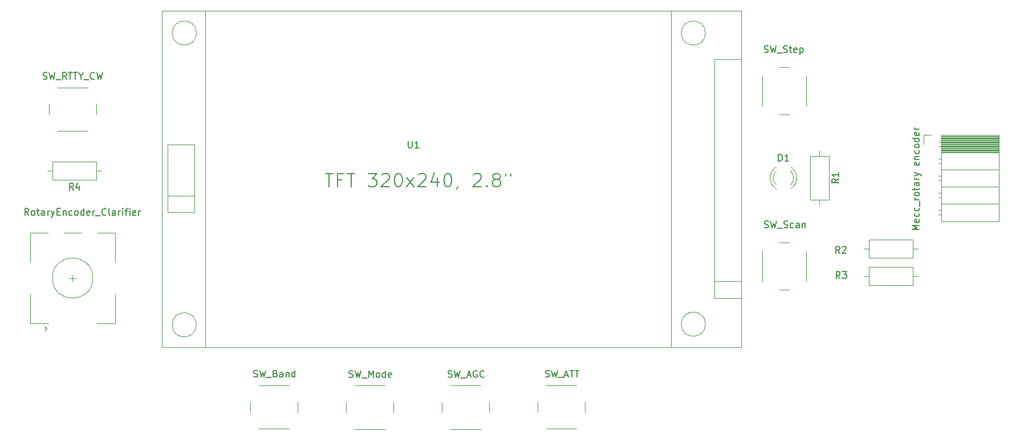
<source format=gbr>
%TF.GenerationSoftware,KiCad,Pcbnew,9.0.4*%
%TF.CreationDate,2025-12-09T23:50:13+01:00*%
%TF.ProjectId,Front Pannel,46726f6e-7420-4506-916e-6e656c2e6b69,rev?*%
%TF.SameCoordinates,Original*%
%TF.FileFunction,Legend,Top*%
%TF.FilePolarity,Positive*%
%FSLAX46Y46*%
G04 Gerber Fmt 4.6, Leading zero omitted, Abs format (unit mm)*
G04 Created by KiCad (PCBNEW 9.0.4) date 2025-12-09 23:50:13*
%MOMM*%
%LPD*%
G01*
G04 APERTURE LIST*
%ADD10C,0.150000*%
%ADD11C,0.120000*%
G04 APERTURE END LIST*
D10*
X190841333Y-100988019D02*
X190508000Y-100511828D01*
X190269905Y-100988019D02*
X190269905Y-99988019D01*
X190269905Y-99988019D02*
X190650857Y-99988019D01*
X190650857Y-99988019D02*
X190746095Y-100035638D01*
X190746095Y-100035638D02*
X190793714Y-100083257D01*
X190793714Y-100083257D02*
X190841333Y-100178495D01*
X190841333Y-100178495D02*
X190841333Y-100321352D01*
X190841333Y-100321352D02*
X190793714Y-100416590D01*
X190793714Y-100416590D02*
X190746095Y-100464209D01*
X190746095Y-100464209D02*
X190650857Y-100511828D01*
X190650857Y-100511828D02*
X190269905Y-100511828D01*
X191174667Y-99988019D02*
X191793714Y-99988019D01*
X191793714Y-99988019D02*
X191460381Y-100368971D01*
X191460381Y-100368971D02*
X191603238Y-100368971D01*
X191603238Y-100368971D02*
X191698476Y-100416590D01*
X191698476Y-100416590D02*
X191746095Y-100464209D01*
X191746095Y-100464209D02*
X191793714Y-100559447D01*
X191793714Y-100559447D02*
X191793714Y-100797542D01*
X191793714Y-100797542D02*
X191746095Y-100892780D01*
X191746095Y-100892780D02*
X191698476Y-100940400D01*
X191698476Y-100940400D02*
X191603238Y-100988019D01*
X191603238Y-100988019D02*
X191317524Y-100988019D01*
X191317524Y-100988019D02*
X191222286Y-100940400D01*
X191222286Y-100940400D02*
X191174667Y-100892780D01*
X181703905Y-83524619D02*
X181703905Y-82524619D01*
X181703905Y-82524619D02*
X181942000Y-82524619D01*
X181942000Y-82524619D02*
X182084857Y-82572238D01*
X182084857Y-82572238D02*
X182180095Y-82667476D01*
X182180095Y-82667476D02*
X182227714Y-82762714D01*
X182227714Y-82762714D02*
X182275333Y-82953190D01*
X182275333Y-82953190D02*
X182275333Y-83096047D01*
X182275333Y-83096047D02*
X182227714Y-83286523D01*
X182227714Y-83286523D02*
X182180095Y-83381761D01*
X182180095Y-83381761D02*
X182084857Y-83477000D01*
X182084857Y-83477000D02*
X181942000Y-83524619D01*
X181942000Y-83524619D02*
X181703905Y-83524619D01*
X183227714Y-83524619D02*
X182656286Y-83524619D01*
X182942000Y-83524619D02*
X182942000Y-82524619D01*
X182942000Y-82524619D02*
X182846762Y-82667476D01*
X182846762Y-82667476D02*
X182751524Y-82762714D01*
X182751524Y-82762714D02*
X182656286Y-82810333D01*
X179601247Y-67337400D02*
X179744104Y-67385019D01*
X179744104Y-67385019D02*
X179982199Y-67385019D01*
X179982199Y-67385019D02*
X180077437Y-67337400D01*
X180077437Y-67337400D02*
X180125056Y-67289780D01*
X180125056Y-67289780D02*
X180172675Y-67194542D01*
X180172675Y-67194542D02*
X180172675Y-67099304D01*
X180172675Y-67099304D02*
X180125056Y-67004066D01*
X180125056Y-67004066D02*
X180077437Y-66956447D01*
X180077437Y-66956447D02*
X179982199Y-66908828D01*
X179982199Y-66908828D02*
X179791723Y-66861209D01*
X179791723Y-66861209D02*
X179696485Y-66813590D01*
X179696485Y-66813590D02*
X179648866Y-66765971D01*
X179648866Y-66765971D02*
X179601247Y-66670733D01*
X179601247Y-66670733D02*
X179601247Y-66575495D01*
X179601247Y-66575495D02*
X179648866Y-66480257D01*
X179648866Y-66480257D02*
X179696485Y-66432638D01*
X179696485Y-66432638D02*
X179791723Y-66385019D01*
X179791723Y-66385019D02*
X180029818Y-66385019D01*
X180029818Y-66385019D02*
X180172675Y-66432638D01*
X180506009Y-66385019D02*
X180744104Y-67385019D01*
X180744104Y-67385019D02*
X180934580Y-66670733D01*
X180934580Y-66670733D02*
X181125056Y-67385019D01*
X181125056Y-67385019D02*
X181363152Y-66385019D01*
X181506009Y-67480257D02*
X182267913Y-67480257D01*
X182458390Y-67337400D02*
X182601247Y-67385019D01*
X182601247Y-67385019D02*
X182839342Y-67385019D01*
X182839342Y-67385019D02*
X182934580Y-67337400D01*
X182934580Y-67337400D02*
X182982199Y-67289780D01*
X182982199Y-67289780D02*
X183029818Y-67194542D01*
X183029818Y-67194542D02*
X183029818Y-67099304D01*
X183029818Y-67099304D02*
X182982199Y-67004066D01*
X182982199Y-67004066D02*
X182934580Y-66956447D01*
X182934580Y-66956447D02*
X182839342Y-66908828D01*
X182839342Y-66908828D02*
X182648866Y-66861209D01*
X182648866Y-66861209D02*
X182553628Y-66813590D01*
X182553628Y-66813590D02*
X182506009Y-66765971D01*
X182506009Y-66765971D02*
X182458390Y-66670733D01*
X182458390Y-66670733D02*
X182458390Y-66575495D01*
X182458390Y-66575495D02*
X182506009Y-66480257D01*
X182506009Y-66480257D02*
X182553628Y-66432638D01*
X182553628Y-66432638D02*
X182648866Y-66385019D01*
X182648866Y-66385019D02*
X182886961Y-66385019D01*
X182886961Y-66385019D02*
X183029818Y-66432638D01*
X183315533Y-66718352D02*
X183696485Y-66718352D01*
X183458390Y-66385019D02*
X183458390Y-67242161D01*
X183458390Y-67242161D02*
X183506009Y-67337400D01*
X183506009Y-67337400D02*
X183601247Y-67385019D01*
X183601247Y-67385019D02*
X183696485Y-67385019D01*
X184410771Y-67337400D02*
X184315533Y-67385019D01*
X184315533Y-67385019D02*
X184125057Y-67385019D01*
X184125057Y-67385019D02*
X184029819Y-67337400D01*
X184029819Y-67337400D02*
X183982200Y-67242161D01*
X183982200Y-67242161D02*
X183982200Y-66861209D01*
X183982200Y-66861209D02*
X184029819Y-66765971D01*
X184029819Y-66765971D02*
X184125057Y-66718352D01*
X184125057Y-66718352D02*
X184315533Y-66718352D01*
X184315533Y-66718352D02*
X184410771Y-66765971D01*
X184410771Y-66765971D02*
X184458390Y-66861209D01*
X184458390Y-66861209D02*
X184458390Y-66956447D01*
X184458390Y-66956447D02*
X183982200Y-67051685D01*
X184886962Y-66718352D02*
X184886962Y-67718352D01*
X184886962Y-66765971D02*
X184982200Y-66718352D01*
X184982200Y-66718352D02*
X185172676Y-66718352D01*
X185172676Y-66718352D02*
X185267914Y-66765971D01*
X185267914Y-66765971D02*
X185315533Y-66813590D01*
X185315533Y-66813590D02*
X185363152Y-66908828D01*
X185363152Y-66908828D02*
X185363152Y-67194542D01*
X185363152Y-67194542D02*
X185315533Y-67289780D01*
X185315533Y-67289780D02*
X185267914Y-67337400D01*
X185267914Y-67337400D02*
X185172676Y-67385019D01*
X185172676Y-67385019D02*
X184982200Y-67385019D01*
X184982200Y-67385019D02*
X184886962Y-67337400D01*
X132652133Y-115640000D02*
X132794990Y-115687619D01*
X132794990Y-115687619D02*
X133033085Y-115687619D01*
X133033085Y-115687619D02*
X133128323Y-115640000D01*
X133128323Y-115640000D02*
X133175942Y-115592380D01*
X133175942Y-115592380D02*
X133223561Y-115497142D01*
X133223561Y-115497142D02*
X133223561Y-115401904D01*
X133223561Y-115401904D02*
X133175942Y-115306666D01*
X133175942Y-115306666D02*
X133128323Y-115259047D01*
X133128323Y-115259047D02*
X133033085Y-115211428D01*
X133033085Y-115211428D02*
X132842609Y-115163809D01*
X132842609Y-115163809D02*
X132747371Y-115116190D01*
X132747371Y-115116190D02*
X132699752Y-115068571D01*
X132699752Y-115068571D02*
X132652133Y-114973333D01*
X132652133Y-114973333D02*
X132652133Y-114878095D01*
X132652133Y-114878095D02*
X132699752Y-114782857D01*
X132699752Y-114782857D02*
X132747371Y-114735238D01*
X132747371Y-114735238D02*
X132842609Y-114687619D01*
X132842609Y-114687619D02*
X133080704Y-114687619D01*
X133080704Y-114687619D02*
X133223561Y-114735238D01*
X133556895Y-114687619D02*
X133794990Y-115687619D01*
X133794990Y-115687619D02*
X133985466Y-114973333D01*
X133985466Y-114973333D02*
X134175942Y-115687619D01*
X134175942Y-115687619D02*
X134414038Y-114687619D01*
X134556895Y-115782857D02*
X135318799Y-115782857D01*
X135509276Y-115401904D02*
X135985466Y-115401904D01*
X135414038Y-115687619D02*
X135747371Y-114687619D01*
X135747371Y-114687619D02*
X136080704Y-115687619D01*
X136937847Y-114735238D02*
X136842609Y-114687619D01*
X136842609Y-114687619D02*
X136699752Y-114687619D01*
X136699752Y-114687619D02*
X136556895Y-114735238D01*
X136556895Y-114735238D02*
X136461657Y-114830476D01*
X136461657Y-114830476D02*
X136414038Y-114925714D01*
X136414038Y-114925714D02*
X136366419Y-115116190D01*
X136366419Y-115116190D02*
X136366419Y-115259047D01*
X136366419Y-115259047D02*
X136414038Y-115449523D01*
X136414038Y-115449523D02*
X136461657Y-115544761D01*
X136461657Y-115544761D02*
X136556895Y-115640000D01*
X136556895Y-115640000D02*
X136699752Y-115687619D01*
X136699752Y-115687619D02*
X136794990Y-115687619D01*
X136794990Y-115687619D02*
X136937847Y-115640000D01*
X136937847Y-115640000D02*
X136985466Y-115592380D01*
X136985466Y-115592380D02*
X136985466Y-115259047D01*
X136985466Y-115259047D02*
X136794990Y-115259047D01*
X137985466Y-115592380D02*
X137937847Y-115640000D01*
X137937847Y-115640000D02*
X137794990Y-115687619D01*
X137794990Y-115687619D02*
X137699752Y-115687619D01*
X137699752Y-115687619D02*
X137556895Y-115640000D01*
X137556895Y-115640000D02*
X137461657Y-115544761D01*
X137461657Y-115544761D02*
X137414038Y-115449523D01*
X137414038Y-115449523D02*
X137366419Y-115259047D01*
X137366419Y-115259047D02*
X137366419Y-115116190D01*
X137366419Y-115116190D02*
X137414038Y-114925714D01*
X137414038Y-114925714D02*
X137461657Y-114830476D01*
X137461657Y-114830476D02*
X137556895Y-114735238D01*
X137556895Y-114735238D02*
X137699752Y-114687619D01*
X137699752Y-114687619D02*
X137794990Y-114687619D01*
X137794990Y-114687619D02*
X137937847Y-114735238D01*
X137937847Y-114735238D02*
X137985466Y-114782857D01*
X190790533Y-97228819D02*
X190457200Y-96752628D01*
X190219105Y-97228819D02*
X190219105Y-96228819D01*
X190219105Y-96228819D02*
X190600057Y-96228819D01*
X190600057Y-96228819D02*
X190695295Y-96276438D01*
X190695295Y-96276438D02*
X190742914Y-96324057D01*
X190742914Y-96324057D02*
X190790533Y-96419295D01*
X190790533Y-96419295D02*
X190790533Y-96562152D01*
X190790533Y-96562152D02*
X190742914Y-96657390D01*
X190742914Y-96657390D02*
X190695295Y-96705009D01*
X190695295Y-96705009D02*
X190600057Y-96752628D01*
X190600057Y-96752628D02*
X190219105Y-96752628D01*
X191171486Y-96324057D02*
X191219105Y-96276438D01*
X191219105Y-96276438D02*
X191314343Y-96228819D01*
X191314343Y-96228819D02*
X191552438Y-96228819D01*
X191552438Y-96228819D02*
X191647676Y-96276438D01*
X191647676Y-96276438D02*
X191695295Y-96324057D01*
X191695295Y-96324057D02*
X191742914Y-96419295D01*
X191742914Y-96419295D02*
X191742914Y-96514533D01*
X191742914Y-96514533D02*
X191695295Y-96657390D01*
X191695295Y-96657390D02*
X191123867Y-97228819D01*
X191123867Y-97228819D02*
X191742914Y-97228819D01*
X117951943Y-115640000D02*
X118094800Y-115687619D01*
X118094800Y-115687619D02*
X118332895Y-115687619D01*
X118332895Y-115687619D02*
X118428133Y-115640000D01*
X118428133Y-115640000D02*
X118475752Y-115592380D01*
X118475752Y-115592380D02*
X118523371Y-115497142D01*
X118523371Y-115497142D02*
X118523371Y-115401904D01*
X118523371Y-115401904D02*
X118475752Y-115306666D01*
X118475752Y-115306666D02*
X118428133Y-115259047D01*
X118428133Y-115259047D02*
X118332895Y-115211428D01*
X118332895Y-115211428D02*
X118142419Y-115163809D01*
X118142419Y-115163809D02*
X118047181Y-115116190D01*
X118047181Y-115116190D02*
X117999562Y-115068571D01*
X117999562Y-115068571D02*
X117951943Y-114973333D01*
X117951943Y-114973333D02*
X117951943Y-114878095D01*
X117951943Y-114878095D02*
X117999562Y-114782857D01*
X117999562Y-114782857D02*
X118047181Y-114735238D01*
X118047181Y-114735238D02*
X118142419Y-114687619D01*
X118142419Y-114687619D02*
X118380514Y-114687619D01*
X118380514Y-114687619D02*
X118523371Y-114735238D01*
X118856705Y-114687619D02*
X119094800Y-115687619D01*
X119094800Y-115687619D02*
X119285276Y-114973333D01*
X119285276Y-114973333D02*
X119475752Y-115687619D01*
X119475752Y-115687619D02*
X119713848Y-114687619D01*
X119856705Y-115782857D02*
X120618609Y-115782857D01*
X120856705Y-115687619D02*
X120856705Y-114687619D01*
X120856705Y-114687619D02*
X121190038Y-115401904D01*
X121190038Y-115401904D02*
X121523371Y-114687619D01*
X121523371Y-114687619D02*
X121523371Y-115687619D01*
X122142419Y-115687619D02*
X122047181Y-115640000D01*
X122047181Y-115640000D02*
X121999562Y-115592380D01*
X121999562Y-115592380D02*
X121951943Y-115497142D01*
X121951943Y-115497142D02*
X121951943Y-115211428D01*
X121951943Y-115211428D02*
X121999562Y-115116190D01*
X121999562Y-115116190D02*
X122047181Y-115068571D01*
X122047181Y-115068571D02*
X122142419Y-115020952D01*
X122142419Y-115020952D02*
X122285276Y-115020952D01*
X122285276Y-115020952D02*
X122380514Y-115068571D01*
X122380514Y-115068571D02*
X122428133Y-115116190D01*
X122428133Y-115116190D02*
X122475752Y-115211428D01*
X122475752Y-115211428D02*
X122475752Y-115497142D01*
X122475752Y-115497142D02*
X122428133Y-115592380D01*
X122428133Y-115592380D02*
X122380514Y-115640000D01*
X122380514Y-115640000D02*
X122285276Y-115687619D01*
X122285276Y-115687619D02*
X122142419Y-115687619D01*
X123332895Y-115687619D02*
X123332895Y-114687619D01*
X123332895Y-115640000D02*
X123237657Y-115687619D01*
X123237657Y-115687619D02*
X123047181Y-115687619D01*
X123047181Y-115687619D02*
X122951943Y-115640000D01*
X122951943Y-115640000D02*
X122904324Y-115592380D01*
X122904324Y-115592380D02*
X122856705Y-115497142D01*
X122856705Y-115497142D02*
X122856705Y-115211428D01*
X122856705Y-115211428D02*
X122904324Y-115116190D01*
X122904324Y-115116190D02*
X122951943Y-115068571D01*
X122951943Y-115068571D02*
X123047181Y-115020952D01*
X123047181Y-115020952D02*
X123237657Y-115020952D01*
X123237657Y-115020952D02*
X123332895Y-115068571D01*
X124190038Y-115640000D02*
X124094800Y-115687619D01*
X124094800Y-115687619D02*
X123904324Y-115687619D01*
X123904324Y-115687619D02*
X123809086Y-115640000D01*
X123809086Y-115640000D02*
X123761467Y-115544761D01*
X123761467Y-115544761D02*
X123761467Y-115163809D01*
X123761467Y-115163809D02*
X123809086Y-115068571D01*
X123809086Y-115068571D02*
X123904324Y-115020952D01*
X123904324Y-115020952D02*
X124094800Y-115020952D01*
X124094800Y-115020952D02*
X124190038Y-115068571D01*
X124190038Y-115068571D02*
X124237657Y-115163809D01*
X124237657Y-115163809D02*
X124237657Y-115259047D01*
X124237657Y-115259047D02*
X123761467Y-115354285D01*
X190626219Y-86196466D02*
X190150028Y-86529799D01*
X190626219Y-86767894D02*
X189626219Y-86767894D01*
X189626219Y-86767894D02*
X189626219Y-86386942D01*
X189626219Y-86386942D02*
X189673838Y-86291704D01*
X189673838Y-86291704D02*
X189721457Y-86244085D01*
X189721457Y-86244085D02*
X189816695Y-86196466D01*
X189816695Y-86196466D02*
X189959552Y-86196466D01*
X189959552Y-86196466D02*
X190054790Y-86244085D01*
X190054790Y-86244085D02*
X190102409Y-86291704D01*
X190102409Y-86291704D02*
X190150028Y-86386942D01*
X190150028Y-86386942D02*
X190150028Y-86767894D01*
X190626219Y-85244085D02*
X190626219Y-85815513D01*
X190626219Y-85529799D02*
X189626219Y-85529799D01*
X189626219Y-85529799D02*
X189769076Y-85625037D01*
X189769076Y-85625037D02*
X189864314Y-85720275D01*
X189864314Y-85720275D02*
X189911933Y-85815513D01*
X202613419Y-93731410D02*
X201613419Y-93731410D01*
X201613419Y-93731410D02*
X202327704Y-93398077D01*
X202327704Y-93398077D02*
X201613419Y-93064744D01*
X201613419Y-93064744D02*
X202613419Y-93064744D01*
X202565800Y-92207601D02*
X202613419Y-92302839D01*
X202613419Y-92302839D02*
X202613419Y-92493315D01*
X202613419Y-92493315D02*
X202565800Y-92588553D01*
X202565800Y-92588553D02*
X202470561Y-92636172D01*
X202470561Y-92636172D02*
X202089609Y-92636172D01*
X202089609Y-92636172D02*
X201994371Y-92588553D01*
X201994371Y-92588553D02*
X201946752Y-92493315D01*
X201946752Y-92493315D02*
X201946752Y-92302839D01*
X201946752Y-92302839D02*
X201994371Y-92207601D01*
X201994371Y-92207601D02*
X202089609Y-92159982D01*
X202089609Y-92159982D02*
X202184847Y-92159982D01*
X202184847Y-92159982D02*
X202280085Y-92636172D01*
X202565800Y-91302839D02*
X202613419Y-91398077D01*
X202613419Y-91398077D02*
X202613419Y-91588553D01*
X202613419Y-91588553D02*
X202565800Y-91683791D01*
X202565800Y-91683791D02*
X202518180Y-91731410D01*
X202518180Y-91731410D02*
X202422942Y-91779029D01*
X202422942Y-91779029D02*
X202137228Y-91779029D01*
X202137228Y-91779029D02*
X202041990Y-91731410D01*
X202041990Y-91731410D02*
X201994371Y-91683791D01*
X201994371Y-91683791D02*
X201946752Y-91588553D01*
X201946752Y-91588553D02*
X201946752Y-91398077D01*
X201946752Y-91398077D02*
X201994371Y-91302839D01*
X202565800Y-90445696D02*
X202613419Y-90540934D01*
X202613419Y-90540934D02*
X202613419Y-90731410D01*
X202613419Y-90731410D02*
X202565800Y-90826648D01*
X202565800Y-90826648D02*
X202518180Y-90874267D01*
X202518180Y-90874267D02*
X202422942Y-90921886D01*
X202422942Y-90921886D02*
X202137228Y-90921886D01*
X202137228Y-90921886D02*
X202041990Y-90874267D01*
X202041990Y-90874267D02*
X201994371Y-90826648D01*
X201994371Y-90826648D02*
X201946752Y-90731410D01*
X201946752Y-90731410D02*
X201946752Y-90540934D01*
X201946752Y-90540934D02*
X201994371Y-90445696D01*
X202708657Y-90255220D02*
X202708657Y-89493315D01*
X202613419Y-89255219D02*
X201946752Y-89255219D01*
X202137228Y-89255219D02*
X202041990Y-89207600D01*
X202041990Y-89207600D02*
X201994371Y-89159981D01*
X201994371Y-89159981D02*
X201946752Y-89064743D01*
X201946752Y-89064743D02*
X201946752Y-88969505D01*
X202613419Y-88493314D02*
X202565800Y-88588552D01*
X202565800Y-88588552D02*
X202518180Y-88636171D01*
X202518180Y-88636171D02*
X202422942Y-88683790D01*
X202422942Y-88683790D02*
X202137228Y-88683790D01*
X202137228Y-88683790D02*
X202041990Y-88636171D01*
X202041990Y-88636171D02*
X201994371Y-88588552D01*
X201994371Y-88588552D02*
X201946752Y-88493314D01*
X201946752Y-88493314D02*
X201946752Y-88350457D01*
X201946752Y-88350457D02*
X201994371Y-88255219D01*
X201994371Y-88255219D02*
X202041990Y-88207600D01*
X202041990Y-88207600D02*
X202137228Y-88159981D01*
X202137228Y-88159981D02*
X202422942Y-88159981D01*
X202422942Y-88159981D02*
X202518180Y-88207600D01*
X202518180Y-88207600D02*
X202565800Y-88255219D01*
X202565800Y-88255219D02*
X202613419Y-88350457D01*
X202613419Y-88350457D02*
X202613419Y-88493314D01*
X201946752Y-87874266D02*
X201946752Y-87493314D01*
X201613419Y-87731409D02*
X202470561Y-87731409D01*
X202470561Y-87731409D02*
X202565800Y-87683790D01*
X202565800Y-87683790D02*
X202613419Y-87588552D01*
X202613419Y-87588552D02*
X202613419Y-87493314D01*
X202613419Y-86731409D02*
X202089609Y-86731409D01*
X202089609Y-86731409D02*
X201994371Y-86779028D01*
X201994371Y-86779028D02*
X201946752Y-86874266D01*
X201946752Y-86874266D02*
X201946752Y-87064742D01*
X201946752Y-87064742D02*
X201994371Y-87159980D01*
X202565800Y-86731409D02*
X202613419Y-86826647D01*
X202613419Y-86826647D02*
X202613419Y-87064742D01*
X202613419Y-87064742D02*
X202565800Y-87159980D01*
X202565800Y-87159980D02*
X202470561Y-87207599D01*
X202470561Y-87207599D02*
X202375323Y-87207599D01*
X202375323Y-87207599D02*
X202280085Y-87159980D01*
X202280085Y-87159980D02*
X202232466Y-87064742D01*
X202232466Y-87064742D02*
X202232466Y-86826647D01*
X202232466Y-86826647D02*
X202184847Y-86731409D01*
X202613419Y-86255218D02*
X201946752Y-86255218D01*
X202137228Y-86255218D02*
X202041990Y-86207599D01*
X202041990Y-86207599D02*
X201994371Y-86159980D01*
X201994371Y-86159980D02*
X201946752Y-86064742D01*
X201946752Y-86064742D02*
X201946752Y-85969504D01*
X201946752Y-85731408D02*
X202613419Y-85493313D01*
X201946752Y-85255218D02*
X202613419Y-85493313D01*
X202613419Y-85493313D02*
X202851514Y-85588551D01*
X202851514Y-85588551D02*
X202899133Y-85636170D01*
X202899133Y-85636170D02*
X202946752Y-85731408D01*
X202565800Y-83731408D02*
X202613419Y-83826646D01*
X202613419Y-83826646D02*
X202613419Y-84017122D01*
X202613419Y-84017122D02*
X202565800Y-84112360D01*
X202565800Y-84112360D02*
X202470561Y-84159979D01*
X202470561Y-84159979D02*
X202089609Y-84159979D01*
X202089609Y-84159979D02*
X201994371Y-84112360D01*
X201994371Y-84112360D02*
X201946752Y-84017122D01*
X201946752Y-84017122D02*
X201946752Y-83826646D01*
X201946752Y-83826646D02*
X201994371Y-83731408D01*
X201994371Y-83731408D02*
X202089609Y-83683789D01*
X202089609Y-83683789D02*
X202184847Y-83683789D01*
X202184847Y-83683789D02*
X202280085Y-84159979D01*
X201946752Y-83255217D02*
X202613419Y-83255217D01*
X202041990Y-83255217D02*
X201994371Y-83207598D01*
X201994371Y-83207598D02*
X201946752Y-83112360D01*
X201946752Y-83112360D02*
X201946752Y-82969503D01*
X201946752Y-82969503D02*
X201994371Y-82874265D01*
X201994371Y-82874265D02*
X202089609Y-82826646D01*
X202089609Y-82826646D02*
X202613419Y-82826646D01*
X202565800Y-81921884D02*
X202613419Y-82017122D01*
X202613419Y-82017122D02*
X202613419Y-82207598D01*
X202613419Y-82207598D02*
X202565800Y-82302836D01*
X202565800Y-82302836D02*
X202518180Y-82350455D01*
X202518180Y-82350455D02*
X202422942Y-82398074D01*
X202422942Y-82398074D02*
X202137228Y-82398074D01*
X202137228Y-82398074D02*
X202041990Y-82350455D01*
X202041990Y-82350455D02*
X201994371Y-82302836D01*
X201994371Y-82302836D02*
X201946752Y-82207598D01*
X201946752Y-82207598D02*
X201946752Y-82017122D01*
X201946752Y-82017122D02*
X201994371Y-81921884D01*
X202613419Y-81350455D02*
X202565800Y-81445693D01*
X202565800Y-81445693D02*
X202518180Y-81493312D01*
X202518180Y-81493312D02*
X202422942Y-81540931D01*
X202422942Y-81540931D02*
X202137228Y-81540931D01*
X202137228Y-81540931D02*
X202041990Y-81493312D01*
X202041990Y-81493312D02*
X201994371Y-81445693D01*
X201994371Y-81445693D02*
X201946752Y-81350455D01*
X201946752Y-81350455D02*
X201946752Y-81207598D01*
X201946752Y-81207598D02*
X201994371Y-81112360D01*
X201994371Y-81112360D02*
X202041990Y-81064741D01*
X202041990Y-81064741D02*
X202137228Y-81017122D01*
X202137228Y-81017122D02*
X202422942Y-81017122D01*
X202422942Y-81017122D02*
X202518180Y-81064741D01*
X202518180Y-81064741D02*
X202565800Y-81112360D01*
X202565800Y-81112360D02*
X202613419Y-81207598D01*
X202613419Y-81207598D02*
X202613419Y-81350455D01*
X202613419Y-80159979D02*
X201613419Y-80159979D01*
X202565800Y-80159979D02*
X202613419Y-80255217D01*
X202613419Y-80255217D02*
X202613419Y-80445693D01*
X202613419Y-80445693D02*
X202565800Y-80540931D01*
X202565800Y-80540931D02*
X202518180Y-80588550D01*
X202518180Y-80588550D02*
X202422942Y-80636169D01*
X202422942Y-80636169D02*
X202137228Y-80636169D01*
X202137228Y-80636169D02*
X202041990Y-80588550D01*
X202041990Y-80588550D02*
X201994371Y-80540931D01*
X201994371Y-80540931D02*
X201946752Y-80445693D01*
X201946752Y-80445693D02*
X201946752Y-80255217D01*
X201946752Y-80255217D02*
X201994371Y-80159979D01*
X202565800Y-79302836D02*
X202613419Y-79398074D01*
X202613419Y-79398074D02*
X202613419Y-79588550D01*
X202613419Y-79588550D02*
X202565800Y-79683788D01*
X202565800Y-79683788D02*
X202470561Y-79731407D01*
X202470561Y-79731407D02*
X202089609Y-79731407D01*
X202089609Y-79731407D02*
X201994371Y-79683788D01*
X201994371Y-79683788D02*
X201946752Y-79588550D01*
X201946752Y-79588550D02*
X201946752Y-79398074D01*
X201946752Y-79398074D02*
X201994371Y-79302836D01*
X201994371Y-79302836D02*
X202089609Y-79255217D01*
X202089609Y-79255217D02*
X202184847Y-79255217D01*
X202184847Y-79255217D02*
X202280085Y-79731407D01*
X202613419Y-78826645D02*
X201946752Y-78826645D01*
X202137228Y-78826645D02*
X202041990Y-78779026D01*
X202041990Y-78779026D02*
X201994371Y-78731407D01*
X201994371Y-78731407D02*
X201946752Y-78636169D01*
X201946752Y-78636169D02*
X201946752Y-78540931D01*
X76998533Y-87813219D02*
X76665200Y-87337028D01*
X76427105Y-87813219D02*
X76427105Y-86813219D01*
X76427105Y-86813219D02*
X76808057Y-86813219D01*
X76808057Y-86813219D02*
X76903295Y-86860838D01*
X76903295Y-86860838D02*
X76950914Y-86908457D01*
X76950914Y-86908457D02*
X76998533Y-87003695D01*
X76998533Y-87003695D02*
X76998533Y-87146552D01*
X76998533Y-87146552D02*
X76950914Y-87241790D01*
X76950914Y-87241790D02*
X76903295Y-87289409D01*
X76903295Y-87289409D02*
X76808057Y-87337028D01*
X76808057Y-87337028D02*
X76427105Y-87337028D01*
X77855676Y-87146552D02*
X77855676Y-87813219D01*
X77617581Y-86765600D02*
X77379486Y-87479885D01*
X77379486Y-87479885D02*
X77998533Y-87479885D01*
X70372417Y-91583019D02*
X70039084Y-91106828D01*
X69800989Y-91583019D02*
X69800989Y-90583019D01*
X69800989Y-90583019D02*
X70181941Y-90583019D01*
X70181941Y-90583019D02*
X70277179Y-90630638D01*
X70277179Y-90630638D02*
X70324798Y-90678257D01*
X70324798Y-90678257D02*
X70372417Y-90773495D01*
X70372417Y-90773495D02*
X70372417Y-90916352D01*
X70372417Y-90916352D02*
X70324798Y-91011590D01*
X70324798Y-91011590D02*
X70277179Y-91059209D01*
X70277179Y-91059209D02*
X70181941Y-91106828D01*
X70181941Y-91106828D02*
X69800989Y-91106828D01*
X70943846Y-91583019D02*
X70848608Y-91535400D01*
X70848608Y-91535400D02*
X70800989Y-91487780D01*
X70800989Y-91487780D02*
X70753370Y-91392542D01*
X70753370Y-91392542D02*
X70753370Y-91106828D01*
X70753370Y-91106828D02*
X70800989Y-91011590D01*
X70800989Y-91011590D02*
X70848608Y-90963971D01*
X70848608Y-90963971D02*
X70943846Y-90916352D01*
X70943846Y-90916352D02*
X71086703Y-90916352D01*
X71086703Y-90916352D02*
X71181941Y-90963971D01*
X71181941Y-90963971D02*
X71229560Y-91011590D01*
X71229560Y-91011590D02*
X71277179Y-91106828D01*
X71277179Y-91106828D02*
X71277179Y-91392542D01*
X71277179Y-91392542D02*
X71229560Y-91487780D01*
X71229560Y-91487780D02*
X71181941Y-91535400D01*
X71181941Y-91535400D02*
X71086703Y-91583019D01*
X71086703Y-91583019D02*
X70943846Y-91583019D01*
X71562894Y-90916352D02*
X71943846Y-90916352D01*
X71705751Y-90583019D02*
X71705751Y-91440161D01*
X71705751Y-91440161D02*
X71753370Y-91535400D01*
X71753370Y-91535400D02*
X71848608Y-91583019D01*
X71848608Y-91583019D02*
X71943846Y-91583019D01*
X72705751Y-91583019D02*
X72705751Y-91059209D01*
X72705751Y-91059209D02*
X72658132Y-90963971D01*
X72658132Y-90963971D02*
X72562894Y-90916352D01*
X72562894Y-90916352D02*
X72372418Y-90916352D01*
X72372418Y-90916352D02*
X72277180Y-90963971D01*
X72705751Y-91535400D02*
X72610513Y-91583019D01*
X72610513Y-91583019D02*
X72372418Y-91583019D01*
X72372418Y-91583019D02*
X72277180Y-91535400D01*
X72277180Y-91535400D02*
X72229561Y-91440161D01*
X72229561Y-91440161D02*
X72229561Y-91344923D01*
X72229561Y-91344923D02*
X72277180Y-91249685D01*
X72277180Y-91249685D02*
X72372418Y-91202066D01*
X72372418Y-91202066D02*
X72610513Y-91202066D01*
X72610513Y-91202066D02*
X72705751Y-91154447D01*
X73181942Y-91583019D02*
X73181942Y-90916352D01*
X73181942Y-91106828D02*
X73229561Y-91011590D01*
X73229561Y-91011590D02*
X73277180Y-90963971D01*
X73277180Y-90963971D02*
X73372418Y-90916352D01*
X73372418Y-90916352D02*
X73467656Y-90916352D01*
X73705752Y-90916352D02*
X73943847Y-91583019D01*
X74181942Y-90916352D02*
X73943847Y-91583019D01*
X73943847Y-91583019D02*
X73848609Y-91821114D01*
X73848609Y-91821114D02*
X73800990Y-91868733D01*
X73800990Y-91868733D02*
X73705752Y-91916352D01*
X74562895Y-91059209D02*
X74896228Y-91059209D01*
X75039085Y-91583019D02*
X74562895Y-91583019D01*
X74562895Y-91583019D02*
X74562895Y-90583019D01*
X74562895Y-90583019D02*
X75039085Y-90583019D01*
X75467657Y-90916352D02*
X75467657Y-91583019D01*
X75467657Y-91011590D02*
X75515276Y-90963971D01*
X75515276Y-90963971D02*
X75610514Y-90916352D01*
X75610514Y-90916352D02*
X75753371Y-90916352D01*
X75753371Y-90916352D02*
X75848609Y-90963971D01*
X75848609Y-90963971D02*
X75896228Y-91059209D01*
X75896228Y-91059209D02*
X75896228Y-91583019D01*
X76800990Y-91535400D02*
X76705752Y-91583019D01*
X76705752Y-91583019D02*
X76515276Y-91583019D01*
X76515276Y-91583019D02*
X76420038Y-91535400D01*
X76420038Y-91535400D02*
X76372419Y-91487780D01*
X76372419Y-91487780D02*
X76324800Y-91392542D01*
X76324800Y-91392542D02*
X76324800Y-91106828D01*
X76324800Y-91106828D02*
X76372419Y-91011590D01*
X76372419Y-91011590D02*
X76420038Y-90963971D01*
X76420038Y-90963971D02*
X76515276Y-90916352D01*
X76515276Y-90916352D02*
X76705752Y-90916352D01*
X76705752Y-90916352D02*
X76800990Y-90963971D01*
X77372419Y-91583019D02*
X77277181Y-91535400D01*
X77277181Y-91535400D02*
X77229562Y-91487780D01*
X77229562Y-91487780D02*
X77181943Y-91392542D01*
X77181943Y-91392542D02*
X77181943Y-91106828D01*
X77181943Y-91106828D02*
X77229562Y-91011590D01*
X77229562Y-91011590D02*
X77277181Y-90963971D01*
X77277181Y-90963971D02*
X77372419Y-90916352D01*
X77372419Y-90916352D02*
X77515276Y-90916352D01*
X77515276Y-90916352D02*
X77610514Y-90963971D01*
X77610514Y-90963971D02*
X77658133Y-91011590D01*
X77658133Y-91011590D02*
X77705752Y-91106828D01*
X77705752Y-91106828D02*
X77705752Y-91392542D01*
X77705752Y-91392542D02*
X77658133Y-91487780D01*
X77658133Y-91487780D02*
X77610514Y-91535400D01*
X77610514Y-91535400D02*
X77515276Y-91583019D01*
X77515276Y-91583019D02*
X77372419Y-91583019D01*
X78562895Y-91583019D02*
X78562895Y-90583019D01*
X78562895Y-91535400D02*
X78467657Y-91583019D01*
X78467657Y-91583019D02*
X78277181Y-91583019D01*
X78277181Y-91583019D02*
X78181943Y-91535400D01*
X78181943Y-91535400D02*
X78134324Y-91487780D01*
X78134324Y-91487780D02*
X78086705Y-91392542D01*
X78086705Y-91392542D02*
X78086705Y-91106828D01*
X78086705Y-91106828D02*
X78134324Y-91011590D01*
X78134324Y-91011590D02*
X78181943Y-90963971D01*
X78181943Y-90963971D02*
X78277181Y-90916352D01*
X78277181Y-90916352D02*
X78467657Y-90916352D01*
X78467657Y-90916352D02*
X78562895Y-90963971D01*
X79420038Y-91535400D02*
X79324800Y-91583019D01*
X79324800Y-91583019D02*
X79134324Y-91583019D01*
X79134324Y-91583019D02*
X79039086Y-91535400D01*
X79039086Y-91535400D02*
X78991467Y-91440161D01*
X78991467Y-91440161D02*
X78991467Y-91059209D01*
X78991467Y-91059209D02*
X79039086Y-90963971D01*
X79039086Y-90963971D02*
X79134324Y-90916352D01*
X79134324Y-90916352D02*
X79324800Y-90916352D01*
X79324800Y-90916352D02*
X79420038Y-90963971D01*
X79420038Y-90963971D02*
X79467657Y-91059209D01*
X79467657Y-91059209D02*
X79467657Y-91154447D01*
X79467657Y-91154447D02*
X78991467Y-91249685D01*
X79896229Y-91583019D02*
X79896229Y-90916352D01*
X79896229Y-91106828D02*
X79943848Y-91011590D01*
X79943848Y-91011590D02*
X79991467Y-90963971D01*
X79991467Y-90963971D02*
X80086705Y-90916352D01*
X80086705Y-90916352D02*
X80181943Y-90916352D01*
X80277182Y-91678257D02*
X81039086Y-91678257D01*
X81848610Y-91487780D02*
X81800991Y-91535400D01*
X81800991Y-91535400D02*
X81658134Y-91583019D01*
X81658134Y-91583019D02*
X81562896Y-91583019D01*
X81562896Y-91583019D02*
X81420039Y-91535400D01*
X81420039Y-91535400D02*
X81324801Y-91440161D01*
X81324801Y-91440161D02*
X81277182Y-91344923D01*
X81277182Y-91344923D02*
X81229563Y-91154447D01*
X81229563Y-91154447D02*
X81229563Y-91011590D01*
X81229563Y-91011590D02*
X81277182Y-90821114D01*
X81277182Y-90821114D02*
X81324801Y-90725876D01*
X81324801Y-90725876D02*
X81420039Y-90630638D01*
X81420039Y-90630638D02*
X81562896Y-90583019D01*
X81562896Y-90583019D02*
X81658134Y-90583019D01*
X81658134Y-90583019D02*
X81800991Y-90630638D01*
X81800991Y-90630638D02*
X81848610Y-90678257D01*
X82420039Y-91583019D02*
X82324801Y-91535400D01*
X82324801Y-91535400D02*
X82277182Y-91440161D01*
X82277182Y-91440161D02*
X82277182Y-90583019D01*
X83229563Y-91583019D02*
X83229563Y-91059209D01*
X83229563Y-91059209D02*
X83181944Y-90963971D01*
X83181944Y-90963971D02*
X83086706Y-90916352D01*
X83086706Y-90916352D02*
X82896230Y-90916352D01*
X82896230Y-90916352D02*
X82800992Y-90963971D01*
X83229563Y-91535400D02*
X83134325Y-91583019D01*
X83134325Y-91583019D02*
X82896230Y-91583019D01*
X82896230Y-91583019D02*
X82800992Y-91535400D01*
X82800992Y-91535400D02*
X82753373Y-91440161D01*
X82753373Y-91440161D02*
X82753373Y-91344923D01*
X82753373Y-91344923D02*
X82800992Y-91249685D01*
X82800992Y-91249685D02*
X82896230Y-91202066D01*
X82896230Y-91202066D02*
X83134325Y-91202066D01*
X83134325Y-91202066D02*
X83229563Y-91154447D01*
X83705754Y-91583019D02*
X83705754Y-90916352D01*
X83705754Y-91106828D02*
X83753373Y-91011590D01*
X83753373Y-91011590D02*
X83800992Y-90963971D01*
X83800992Y-90963971D02*
X83896230Y-90916352D01*
X83896230Y-90916352D02*
X83991468Y-90916352D01*
X84324802Y-91583019D02*
X84324802Y-90916352D01*
X84324802Y-90583019D02*
X84277183Y-90630638D01*
X84277183Y-90630638D02*
X84324802Y-90678257D01*
X84324802Y-90678257D02*
X84372421Y-90630638D01*
X84372421Y-90630638D02*
X84324802Y-90583019D01*
X84324802Y-90583019D02*
X84324802Y-90678257D01*
X84658135Y-90916352D02*
X85039087Y-90916352D01*
X84800992Y-91583019D02*
X84800992Y-90725876D01*
X84800992Y-90725876D02*
X84848611Y-90630638D01*
X84848611Y-90630638D02*
X84943849Y-90583019D01*
X84943849Y-90583019D02*
X85039087Y-90583019D01*
X85372421Y-91583019D02*
X85372421Y-90916352D01*
X85372421Y-90583019D02*
X85324802Y-90630638D01*
X85324802Y-90630638D02*
X85372421Y-90678257D01*
X85372421Y-90678257D02*
X85420040Y-90630638D01*
X85420040Y-90630638D02*
X85372421Y-90583019D01*
X85372421Y-90583019D02*
X85372421Y-90678257D01*
X86229563Y-91535400D02*
X86134325Y-91583019D01*
X86134325Y-91583019D02*
X85943849Y-91583019D01*
X85943849Y-91583019D02*
X85848611Y-91535400D01*
X85848611Y-91535400D02*
X85800992Y-91440161D01*
X85800992Y-91440161D02*
X85800992Y-91059209D01*
X85800992Y-91059209D02*
X85848611Y-90963971D01*
X85848611Y-90963971D02*
X85943849Y-90916352D01*
X85943849Y-90916352D02*
X86134325Y-90916352D01*
X86134325Y-90916352D02*
X86229563Y-90963971D01*
X86229563Y-90963971D02*
X86277182Y-91059209D01*
X86277182Y-91059209D02*
X86277182Y-91154447D01*
X86277182Y-91154447D02*
X85800992Y-91249685D01*
X86705754Y-91583019D02*
X86705754Y-90916352D01*
X86705754Y-91106828D02*
X86753373Y-91011590D01*
X86753373Y-91011590D02*
X86800992Y-90963971D01*
X86800992Y-90963971D02*
X86896230Y-90916352D01*
X86896230Y-90916352D02*
X86991468Y-90916352D01*
X103775562Y-115604000D02*
X103918419Y-115651619D01*
X103918419Y-115651619D02*
X104156514Y-115651619D01*
X104156514Y-115651619D02*
X104251752Y-115604000D01*
X104251752Y-115604000D02*
X104299371Y-115556380D01*
X104299371Y-115556380D02*
X104346990Y-115461142D01*
X104346990Y-115461142D02*
X104346990Y-115365904D01*
X104346990Y-115365904D02*
X104299371Y-115270666D01*
X104299371Y-115270666D02*
X104251752Y-115223047D01*
X104251752Y-115223047D02*
X104156514Y-115175428D01*
X104156514Y-115175428D02*
X103966038Y-115127809D01*
X103966038Y-115127809D02*
X103870800Y-115080190D01*
X103870800Y-115080190D02*
X103823181Y-115032571D01*
X103823181Y-115032571D02*
X103775562Y-114937333D01*
X103775562Y-114937333D02*
X103775562Y-114842095D01*
X103775562Y-114842095D02*
X103823181Y-114746857D01*
X103823181Y-114746857D02*
X103870800Y-114699238D01*
X103870800Y-114699238D02*
X103966038Y-114651619D01*
X103966038Y-114651619D02*
X104204133Y-114651619D01*
X104204133Y-114651619D02*
X104346990Y-114699238D01*
X104680324Y-114651619D02*
X104918419Y-115651619D01*
X104918419Y-115651619D02*
X105108895Y-114937333D01*
X105108895Y-114937333D02*
X105299371Y-115651619D01*
X105299371Y-115651619D02*
X105537467Y-114651619D01*
X105680324Y-115746857D02*
X106442228Y-115746857D01*
X107013657Y-115127809D02*
X107156514Y-115175428D01*
X107156514Y-115175428D02*
X107204133Y-115223047D01*
X107204133Y-115223047D02*
X107251752Y-115318285D01*
X107251752Y-115318285D02*
X107251752Y-115461142D01*
X107251752Y-115461142D02*
X107204133Y-115556380D01*
X107204133Y-115556380D02*
X107156514Y-115604000D01*
X107156514Y-115604000D02*
X107061276Y-115651619D01*
X107061276Y-115651619D02*
X106680324Y-115651619D01*
X106680324Y-115651619D02*
X106680324Y-114651619D01*
X106680324Y-114651619D02*
X107013657Y-114651619D01*
X107013657Y-114651619D02*
X107108895Y-114699238D01*
X107108895Y-114699238D02*
X107156514Y-114746857D01*
X107156514Y-114746857D02*
X107204133Y-114842095D01*
X107204133Y-114842095D02*
X107204133Y-114937333D01*
X107204133Y-114937333D02*
X107156514Y-115032571D01*
X107156514Y-115032571D02*
X107108895Y-115080190D01*
X107108895Y-115080190D02*
X107013657Y-115127809D01*
X107013657Y-115127809D02*
X106680324Y-115127809D01*
X108108895Y-115651619D02*
X108108895Y-115127809D01*
X108108895Y-115127809D02*
X108061276Y-115032571D01*
X108061276Y-115032571D02*
X107966038Y-114984952D01*
X107966038Y-114984952D02*
X107775562Y-114984952D01*
X107775562Y-114984952D02*
X107680324Y-115032571D01*
X108108895Y-115604000D02*
X108013657Y-115651619D01*
X108013657Y-115651619D02*
X107775562Y-115651619D01*
X107775562Y-115651619D02*
X107680324Y-115604000D01*
X107680324Y-115604000D02*
X107632705Y-115508761D01*
X107632705Y-115508761D02*
X107632705Y-115413523D01*
X107632705Y-115413523D02*
X107680324Y-115318285D01*
X107680324Y-115318285D02*
X107775562Y-115270666D01*
X107775562Y-115270666D02*
X108013657Y-115270666D01*
X108013657Y-115270666D02*
X108108895Y-115223047D01*
X108585086Y-114984952D02*
X108585086Y-115651619D01*
X108585086Y-115080190D02*
X108632705Y-115032571D01*
X108632705Y-115032571D02*
X108727943Y-114984952D01*
X108727943Y-114984952D02*
X108870800Y-114984952D01*
X108870800Y-114984952D02*
X108966038Y-115032571D01*
X108966038Y-115032571D02*
X109013657Y-115127809D01*
X109013657Y-115127809D02*
X109013657Y-115651619D01*
X109918419Y-115651619D02*
X109918419Y-114651619D01*
X109918419Y-115604000D02*
X109823181Y-115651619D01*
X109823181Y-115651619D02*
X109632705Y-115651619D01*
X109632705Y-115651619D02*
X109537467Y-115604000D01*
X109537467Y-115604000D02*
X109489848Y-115556380D01*
X109489848Y-115556380D02*
X109442229Y-115461142D01*
X109442229Y-115461142D02*
X109442229Y-115175428D01*
X109442229Y-115175428D02*
X109489848Y-115080190D01*
X109489848Y-115080190D02*
X109537467Y-115032571D01*
X109537467Y-115032571D02*
X109632705Y-114984952D01*
X109632705Y-114984952D02*
X109823181Y-114984952D01*
X109823181Y-114984952D02*
X109918419Y-115032571D01*
X147114228Y-115604000D02*
X147257085Y-115651619D01*
X147257085Y-115651619D02*
X147495180Y-115651619D01*
X147495180Y-115651619D02*
X147590418Y-115604000D01*
X147590418Y-115604000D02*
X147638037Y-115556380D01*
X147638037Y-115556380D02*
X147685656Y-115461142D01*
X147685656Y-115461142D02*
X147685656Y-115365904D01*
X147685656Y-115365904D02*
X147638037Y-115270666D01*
X147638037Y-115270666D02*
X147590418Y-115223047D01*
X147590418Y-115223047D02*
X147495180Y-115175428D01*
X147495180Y-115175428D02*
X147304704Y-115127809D01*
X147304704Y-115127809D02*
X147209466Y-115080190D01*
X147209466Y-115080190D02*
X147161847Y-115032571D01*
X147161847Y-115032571D02*
X147114228Y-114937333D01*
X147114228Y-114937333D02*
X147114228Y-114842095D01*
X147114228Y-114842095D02*
X147161847Y-114746857D01*
X147161847Y-114746857D02*
X147209466Y-114699238D01*
X147209466Y-114699238D02*
X147304704Y-114651619D01*
X147304704Y-114651619D02*
X147542799Y-114651619D01*
X147542799Y-114651619D02*
X147685656Y-114699238D01*
X148018990Y-114651619D02*
X148257085Y-115651619D01*
X148257085Y-115651619D02*
X148447561Y-114937333D01*
X148447561Y-114937333D02*
X148638037Y-115651619D01*
X148638037Y-115651619D02*
X148876133Y-114651619D01*
X149018990Y-115746857D02*
X149780894Y-115746857D01*
X149971371Y-115365904D02*
X150447561Y-115365904D01*
X149876133Y-115651619D02*
X150209466Y-114651619D01*
X150209466Y-114651619D02*
X150542799Y-115651619D01*
X150733276Y-114651619D02*
X151304704Y-114651619D01*
X151018990Y-115651619D02*
X151018990Y-114651619D01*
X151495181Y-114651619D02*
X152066609Y-114651619D01*
X151780895Y-115651619D02*
X151780895Y-114651619D01*
X126721295Y-80557019D02*
X126721295Y-81366542D01*
X126721295Y-81366542D02*
X126768914Y-81461780D01*
X126768914Y-81461780D02*
X126816533Y-81509400D01*
X126816533Y-81509400D02*
X126911771Y-81557019D01*
X126911771Y-81557019D02*
X127102247Y-81557019D01*
X127102247Y-81557019D02*
X127197485Y-81509400D01*
X127197485Y-81509400D02*
X127245104Y-81461780D01*
X127245104Y-81461780D02*
X127292723Y-81366542D01*
X127292723Y-81366542D02*
X127292723Y-80557019D01*
X128292723Y-81557019D02*
X127721295Y-81557019D01*
X128007009Y-81557019D02*
X128007009Y-80557019D01*
X128007009Y-80557019D02*
X127911771Y-80699876D01*
X127911771Y-80699876D02*
X127816533Y-80795114D01*
X127816533Y-80795114D02*
X127721295Y-80842733D01*
X114415055Y-85353638D02*
X115557912Y-85353638D01*
X114986483Y-87353638D02*
X114986483Y-85353638D01*
X116891246Y-86306019D02*
X116224579Y-86306019D01*
X116224579Y-87353638D02*
X116224579Y-85353638D01*
X116224579Y-85353638D02*
X117176960Y-85353638D01*
X117653151Y-85353638D02*
X118796008Y-85353638D01*
X118224579Y-87353638D02*
X118224579Y-85353638D01*
X120796009Y-85353638D02*
X122034104Y-85353638D01*
X122034104Y-85353638D02*
X121367437Y-86115542D01*
X121367437Y-86115542D02*
X121653152Y-86115542D01*
X121653152Y-86115542D02*
X121843628Y-86210780D01*
X121843628Y-86210780D02*
X121938866Y-86306019D01*
X121938866Y-86306019D02*
X122034104Y-86496495D01*
X122034104Y-86496495D02*
X122034104Y-86972685D01*
X122034104Y-86972685D02*
X121938866Y-87163161D01*
X121938866Y-87163161D02*
X121843628Y-87258400D01*
X121843628Y-87258400D02*
X121653152Y-87353638D01*
X121653152Y-87353638D02*
X121081723Y-87353638D01*
X121081723Y-87353638D02*
X120891247Y-87258400D01*
X120891247Y-87258400D02*
X120796009Y-87163161D01*
X122796009Y-85544114D02*
X122891247Y-85448876D01*
X122891247Y-85448876D02*
X123081723Y-85353638D01*
X123081723Y-85353638D02*
X123557914Y-85353638D01*
X123557914Y-85353638D02*
X123748390Y-85448876D01*
X123748390Y-85448876D02*
X123843628Y-85544114D01*
X123843628Y-85544114D02*
X123938866Y-85734590D01*
X123938866Y-85734590D02*
X123938866Y-85925066D01*
X123938866Y-85925066D02*
X123843628Y-86210780D01*
X123843628Y-86210780D02*
X122700771Y-87353638D01*
X122700771Y-87353638D02*
X123938866Y-87353638D01*
X125176961Y-85353638D02*
X125367438Y-85353638D01*
X125367438Y-85353638D02*
X125557914Y-85448876D01*
X125557914Y-85448876D02*
X125653152Y-85544114D01*
X125653152Y-85544114D02*
X125748390Y-85734590D01*
X125748390Y-85734590D02*
X125843628Y-86115542D01*
X125843628Y-86115542D02*
X125843628Y-86591733D01*
X125843628Y-86591733D02*
X125748390Y-86972685D01*
X125748390Y-86972685D02*
X125653152Y-87163161D01*
X125653152Y-87163161D02*
X125557914Y-87258400D01*
X125557914Y-87258400D02*
X125367438Y-87353638D01*
X125367438Y-87353638D02*
X125176961Y-87353638D01*
X125176961Y-87353638D02*
X124986485Y-87258400D01*
X124986485Y-87258400D02*
X124891247Y-87163161D01*
X124891247Y-87163161D02*
X124796009Y-86972685D01*
X124796009Y-86972685D02*
X124700771Y-86591733D01*
X124700771Y-86591733D02*
X124700771Y-86115542D01*
X124700771Y-86115542D02*
X124796009Y-85734590D01*
X124796009Y-85734590D02*
X124891247Y-85544114D01*
X124891247Y-85544114D02*
X124986485Y-85448876D01*
X124986485Y-85448876D02*
X125176961Y-85353638D01*
X126510295Y-87353638D02*
X127557914Y-86020304D01*
X126510295Y-86020304D02*
X127557914Y-87353638D01*
X128224581Y-85544114D02*
X128319819Y-85448876D01*
X128319819Y-85448876D02*
X128510295Y-85353638D01*
X128510295Y-85353638D02*
X128986486Y-85353638D01*
X128986486Y-85353638D02*
X129176962Y-85448876D01*
X129176962Y-85448876D02*
X129272200Y-85544114D01*
X129272200Y-85544114D02*
X129367438Y-85734590D01*
X129367438Y-85734590D02*
X129367438Y-85925066D01*
X129367438Y-85925066D02*
X129272200Y-86210780D01*
X129272200Y-86210780D02*
X128129343Y-87353638D01*
X128129343Y-87353638D02*
X129367438Y-87353638D01*
X131081724Y-86020304D02*
X131081724Y-87353638D01*
X130605533Y-85258400D02*
X130129343Y-86686971D01*
X130129343Y-86686971D02*
X131367438Y-86686971D01*
X132510295Y-85353638D02*
X132700772Y-85353638D01*
X132700772Y-85353638D02*
X132891248Y-85448876D01*
X132891248Y-85448876D02*
X132986486Y-85544114D01*
X132986486Y-85544114D02*
X133081724Y-85734590D01*
X133081724Y-85734590D02*
X133176962Y-86115542D01*
X133176962Y-86115542D02*
X133176962Y-86591733D01*
X133176962Y-86591733D02*
X133081724Y-86972685D01*
X133081724Y-86972685D02*
X132986486Y-87163161D01*
X132986486Y-87163161D02*
X132891248Y-87258400D01*
X132891248Y-87258400D02*
X132700772Y-87353638D01*
X132700772Y-87353638D02*
X132510295Y-87353638D01*
X132510295Y-87353638D02*
X132319819Y-87258400D01*
X132319819Y-87258400D02*
X132224581Y-87163161D01*
X132224581Y-87163161D02*
X132129343Y-86972685D01*
X132129343Y-86972685D02*
X132034105Y-86591733D01*
X132034105Y-86591733D02*
X132034105Y-86115542D01*
X132034105Y-86115542D02*
X132129343Y-85734590D01*
X132129343Y-85734590D02*
X132224581Y-85544114D01*
X132224581Y-85544114D02*
X132319819Y-85448876D01*
X132319819Y-85448876D02*
X132510295Y-85353638D01*
X134129343Y-87258400D02*
X134129343Y-87353638D01*
X134129343Y-87353638D02*
X134034105Y-87544114D01*
X134034105Y-87544114D02*
X133938867Y-87639352D01*
X136415058Y-85544114D02*
X136510296Y-85448876D01*
X136510296Y-85448876D02*
X136700772Y-85353638D01*
X136700772Y-85353638D02*
X137176963Y-85353638D01*
X137176963Y-85353638D02*
X137367439Y-85448876D01*
X137367439Y-85448876D02*
X137462677Y-85544114D01*
X137462677Y-85544114D02*
X137557915Y-85734590D01*
X137557915Y-85734590D02*
X137557915Y-85925066D01*
X137557915Y-85925066D02*
X137462677Y-86210780D01*
X137462677Y-86210780D02*
X136319820Y-87353638D01*
X136319820Y-87353638D02*
X137557915Y-87353638D01*
X138415058Y-87163161D02*
X138510296Y-87258400D01*
X138510296Y-87258400D02*
X138415058Y-87353638D01*
X138415058Y-87353638D02*
X138319820Y-87258400D01*
X138319820Y-87258400D02*
X138415058Y-87163161D01*
X138415058Y-87163161D02*
X138415058Y-87353638D01*
X139653153Y-86210780D02*
X139462677Y-86115542D01*
X139462677Y-86115542D02*
X139367439Y-86020304D01*
X139367439Y-86020304D02*
X139272201Y-85829828D01*
X139272201Y-85829828D02*
X139272201Y-85734590D01*
X139272201Y-85734590D02*
X139367439Y-85544114D01*
X139367439Y-85544114D02*
X139462677Y-85448876D01*
X139462677Y-85448876D02*
X139653153Y-85353638D01*
X139653153Y-85353638D02*
X140034106Y-85353638D01*
X140034106Y-85353638D02*
X140224582Y-85448876D01*
X140224582Y-85448876D02*
X140319820Y-85544114D01*
X140319820Y-85544114D02*
X140415058Y-85734590D01*
X140415058Y-85734590D02*
X140415058Y-85829828D01*
X140415058Y-85829828D02*
X140319820Y-86020304D01*
X140319820Y-86020304D02*
X140224582Y-86115542D01*
X140224582Y-86115542D02*
X140034106Y-86210780D01*
X140034106Y-86210780D02*
X139653153Y-86210780D01*
X139653153Y-86210780D02*
X139462677Y-86306019D01*
X139462677Y-86306019D02*
X139367439Y-86401257D01*
X139367439Y-86401257D02*
X139272201Y-86591733D01*
X139272201Y-86591733D02*
X139272201Y-86972685D01*
X139272201Y-86972685D02*
X139367439Y-87163161D01*
X139367439Y-87163161D02*
X139462677Y-87258400D01*
X139462677Y-87258400D02*
X139653153Y-87353638D01*
X139653153Y-87353638D02*
X140034106Y-87353638D01*
X140034106Y-87353638D02*
X140224582Y-87258400D01*
X140224582Y-87258400D02*
X140319820Y-87163161D01*
X140319820Y-87163161D02*
X140415058Y-86972685D01*
X140415058Y-86972685D02*
X140415058Y-86591733D01*
X140415058Y-86591733D02*
X140319820Y-86401257D01*
X140319820Y-86401257D02*
X140224582Y-86306019D01*
X140224582Y-86306019D02*
X140034106Y-86210780D01*
X141176963Y-85353638D02*
X141176963Y-85734590D01*
X141938868Y-85353638D02*
X141938868Y-85734590D01*
X179622981Y-93401600D02*
X179765838Y-93449219D01*
X179765838Y-93449219D02*
X180003933Y-93449219D01*
X180003933Y-93449219D02*
X180099171Y-93401600D01*
X180099171Y-93401600D02*
X180146790Y-93353980D01*
X180146790Y-93353980D02*
X180194409Y-93258742D01*
X180194409Y-93258742D02*
X180194409Y-93163504D01*
X180194409Y-93163504D02*
X180146790Y-93068266D01*
X180146790Y-93068266D02*
X180099171Y-93020647D01*
X180099171Y-93020647D02*
X180003933Y-92973028D01*
X180003933Y-92973028D02*
X179813457Y-92925409D01*
X179813457Y-92925409D02*
X179718219Y-92877790D01*
X179718219Y-92877790D02*
X179670600Y-92830171D01*
X179670600Y-92830171D02*
X179622981Y-92734933D01*
X179622981Y-92734933D02*
X179622981Y-92639695D01*
X179622981Y-92639695D02*
X179670600Y-92544457D01*
X179670600Y-92544457D02*
X179718219Y-92496838D01*
X179718219Y-92496838D02*
X179813457Y-92449219D01*
X179813457Y-92449219D02*
X180051552Y-92449219D01*
X180051552Y-92449219D02*
X180194409Y-92496838D01*
X180527743Y-92449219D02*
X180765838Y-93449219D01*
X180765838Y-93449219D02*
X180956314Y-92734933D01*
X180956314Y-92734933D02*
X181146790Y-93449219D01*
X181146790Y-93449219D02*
X181384886Y-92449219D01*
X181527743Y-93544457D02*
X182289647Y-93544457D01*
X182480124Y-93401600D02*
X182622981Y-93449219D01*
X182622981Y-93449219D02*
X182861076Y-93449219D01*
X182861076Y-93449219D02*
X182956314Y-93401600D01*
X182956314Y-93401600D02*
X183003933Y-93353980D01*
X183003933Y-93353980D02*
X183051552Y-93258742D01*
X183051552Y-93258742D02*
X183051552Y-93163504D01*
X183051552Y-93163504D02*
X183003933Y-93068266D01*
X183003933Y-93068266D02*
X182956314Y-93020647D01*
X182956314Y-93020647D02*
X182861076Y-92973028D01*
X182861076Y-92973028D02*
X182670600Y-92925409D01*
X182670600Y-92925409D02*
X182575362Y-92877790D01*
X182575362Y-92877790D02*
X182527743Y-92830171D01*
X182527743Y-92830171D02*
X182480124Y-92734933D01*
X182480124Y-92734933D02*
X182480124Y-92639695D01*
X182480124Y-92639695D02*
X182527743Y-92544457D01*
X182527743Y-92544457D02*
X182575362Y-92496838D01*
X182575362Y-92496838D02*
X182670600Y-92449219D01*
X182670600Y-92449219D02*
X182908695Y-92449219D01*
X182908695Y-92449219D02*
X183051552Y-92496838D01*
X183908695Y-93401600D02*
X183813457Y-93449219D01*
X183813457Y-93449219D02*
X183622981Y-93449219D01*
X183622981Y-93449219D02*
X183527743Y-93401600D01*
X183527743Y-93401600D02*
X183480124Y-93353980D01*
X183480124Y-93353980D02*
X183432505Y-93258742D01*
X183432505Y-93258742D02*
X183432505Y-92973028D01*
X183432505Y-92973028D02*
X183480124Y-92877790D01*
X183480124Y-92877790D02*
X183527743Y-92830171D01*
X183527743Y-92830171D02*
X183622981Y-92782552D01*
X183622981Y-92782552D02*
X183813457Y-92782552D01*
X183813457Y-92782552D02*
X183908695Y-92830171D01*
X184765838Y-93449219D02*
X184765838Y-92925409D01*
X184765838Y-92925409D02*
X184718219Y-92830171D01*
X184718219Y-92830171D02*
X184622981Y-92782552D01*
X184622981Y-92782552D02*
X184432505Y-92782552D01*
X184432505Y-92782552D02*
X184337267Y-92830171D01*
X184765838Y-93401600D02*
X184670600Y-93449219D01*
X184670600Y-93449219D02*
X184432505Y-93449219D01*
X184432505Y-93449219D02*
X184337267Y-93401600D01*
X184337267Y-93401600D02*
X184289648Y-93306361D01*
X184289648Y-93306361D02*
X184289648Y-93211123D01*
X184289648Y-93211123D02*
X184337267Y-93115885D01*
X184337267Y-93115885D02*
X184432505Y-93068266D01*
X184432505Y-93068266D02*
X184670600Y-93068266D01*
X184670600Y-93068266D02*
X184765838Y-93020647D01*
X185242029Y-92782552D02*
X185242029Y-93449219D01*
X185242029Y-92877790D02*
X185289648Y-92830171D01*
X185289648Y-92830171D02*
X185384886Y-92782552D01*
X185384886Y-92782552D02*
X185527743Y-92782552D01*
X185527743Y-92782552D02*
X185622981Y-92830171D01*
X185622981Y-92830171D02*
X185670600Y-92925409D01*
X185670600Y-92925409D02*
X185670600Y-93449219D01*
X72509447Y-71306800D02*
X72652304Y-71354419D01*
X72652304Y-71354419D02*
X72890399Y-71354419D01*
X72890399Y-71354419D02*
X72985637Y-71306800D01*
X72985637Y-71306800D02*
X73033256Y-71259180D01*
X73033256Y-71259180D02*
X73080875Y-71163942D01*
X73080875Y-71163942D02*
X73080875Y-71068704D01*
X73080875Y-71068704D02*
X73033256Y-70973466D01*
X73033256Y-70973466D02*
X72985637Y-70925847D01*
X72985637Y-70925847D02*
X72890399Y-70878228D01*
X72890399Y-70878228D02*
X72699923Y-70830609D01*
X72699923Y-70830609D02*
X72604685Y-70782990D01*
X72604685Y-70782990D02*
X72557066Y-70735371D01*
X72557066Y-70735371D02*
X72509447Y-70640133D01*
X72509447Y-70640133D02*
X72509447Y-70544895D01*
X72509447Y-70544895D02*
X72557066Y-70449657D01*
X72557066Y-70449657D02*
X72604685Y-70402038D01*
X72604685Y-70402038D02*
X72699923Y-70354419D01*
X72699923Y-70354419D02*
X72938018Y-70354419D01*
X72938018Y-70354419D02*
X73080875Y-70402038D01*
X73414209Y-70354419D02*
X73652304Y-71354419D01*
X73652304Y-71354419D02*
X73842780Y-70640133D01*
X73842780Y-70640133D02*
X74033256Y-71354419D01*
X74033256Y-71354419D02*
X74271352Y-70354419D01*
X74414209Y-71449657D02*
X75176113Y-71449657D01*
X75985637Y-71354419D02*
X75652304Y-70878228D01*
X75414209Y-71354419D02*
X75414209Y-70354419D01*
X75414209Y-70354419D02*
X75795161Y-70354419D01*
X75795161Y-70354419D02*
X75890399Y-70402038D01*
X75890399Y-70402038D02*
X75938018Y-70449657D01*
X75938018Y-70449657D02*
X75985637Y-70544895D01*
X75985637Y-70544895D02*
X75985637Y-70687752D01*
X75985637Y-70687752D02*
X75938018Y-70782990D01*
X75938018Y-70782990D02*
X75890399Y-70830609D01*
X75890399Y-70830609D02*
X75795161Y-70878228D01*
X75795161Y-70878228D02*
X75414209Y-70878228D01*
X76271352Y-70354419D02*
X76842780Y-70354419D01*
X76557066Y-71354419D02*
X76557066Y-70354419D01*
X77033257Y-70354419D02*
X77604685Y-70354419D01*
X77318971Y-71354419D02*
X77318971Y-70354419D01*
X78128495Y-70878228D02*
X78128495Y-71354419D01*
X77795162Y-70354419D02*
X78128495Y-70878228D01*
X78128495Y-70878228D02*
X78461828Y-70354419D01*
X78557067Y-71449657D02*
X79318971Y-71449657D01*
X80128495Y-71259180D02*
X80080876Y-71306800D01*
X80080876Y-71306800D02*
X79938019Y-71354419D01*
X79938019Y-71354419D02*
X79842781Y-71354419D01*
X79842781Y-71354419D02*
X79699924Y-71306800D01*
X79699924Y-71306800D02*
X79604686Y-71211561D01*
X79604686Y-71211561D02*
X79557067Y-71116323D01*
X79557067Y-71116323D02*
X79509448Y-70925847D01*
X79509448Y-70925847D02*
X79509448Y-70782990D01*
X79509448Y-70782990D02*
X79557067Y-70592514D01*
X79557067Y-70592514D02*
X79604686Y-70497276D01*
X79604686Y-70497276D02*
X79699924Y-70402038D01*
X79699924Y-70402038D02*
X79842781Y-70354419D01*
X79842781Y-70354419D02*
X79938019Y-70354419D01*
X79938019Y-70354419D02*
X80080876Y-70402038D01*
X80080876Y-70402038D02*
X80128495Y-70449657D01*
X80461829Y-70354419D02*
X80699924Y-71354419D01*
X80699924Y-71354419D02*
X80890400Y-70640133D01*
X80890400Y-70640133D02*
X81080876Y-71354419D01*
X81080876Y-71354419D02*
X81318972Y-70354419D01*
D11*
%TO.C,R3*%
X194334000Y-100620800D02*
X195104000Y-100620800D01*
X195104000Y-99250800D02*
X195104000Y-101990800D01*
X195104000Y-101990800D02*
X201644000Y-101990800D01*
X201644000Y-99250800D02*
X195104000Y-99250800D01*
X201644000Y-101990800D02*
X201644000Y-99250800D01*
X202414000Y-100620800D02*
X201644000Y-100620800D01*
%TO.C,D1*%
X181362000Y-84469800D02*
X181206000Y-84469800D01*
X183678000Y-84469800D02*
X183522000Y-84469800D01*
X181361939Y-87701197D02*
G75*
G02*
X181206484Y-84469800I1080061J1671397D01*
G01*
X181361951Y-87070710D02*
G75*
G02*
X181362000Y-84988839I1080049J1040910D01*
G01*
X183522000Y-84988839D02*
G75*
G02*
X183522049Y-87070710I-1080000J-1040961D01*
G01*
X183677516Y-84469800D02*
G75*
G02*
X183522061Y-87701197I-1235516J-1560000D01*
G01*
%TO.C,SW7*%
X179319000Y-70825800D02*
X179319000Y-75325800D01*
X181819000Y-76575800D02*
X183319000Y-76575800D01*
X183319000Y-69575800D02*
X181819000Y-69575800D01*
X185819000Y-75325800D02*
X185819000Y-70825800D01*
%TO.C,SW4*%
X131732400Y-119399000D02*
X131732400Y-120899000D01*
X132982400Y-123399000D02*
X137482400Y-123399000D01*
X137482400Y-116899000D02*
X132982400Y-116899000D01*
X138732400Y-120899000D02*
X138732400Y-119399000D01*
%TO.C,R2*%
X194334000Y-96570800D02*
X195104000Y-96570800D01*
X195104000Y-95200800D02*
X195104000Y-97940800D01*
X195104000Y-97940800D02*
X201644000Y-97940800D01*
X201644000Y-95200800D02*
X195104000Y-95200800D01*
X201644000Y-97940800D02*
X201644000Y-95200800D01*
X202414000Y-96570800D02*
X201644000Y-96570800D01*
%TO.C,SW3*%
X117508400Y-119399000D02*
X117508400Y-120899000D01*
X118758400Y-123399000D02*
X123258400Y-123399000D01*
X123258400Y-116899000D02*
X118758400Y-116899000D01*
X124508400Y-120899000D02*
X124508400Y-119399000D01*
%TO.C,R1*%
X186431400Y-82759800D02*
X186431400Y-89299800D01*
X186431400Y-89299800D02*
X189171400Y-89299800D01*
X187801400Y-81989800D02*
X187801400Y-82759800D01*
X187801400Y-90069800D02*
X187801400Y-89299800D01*
X189171400Y-82759800D02*
X186431400Y-82759800D01*
X189171400Y-89299800D02*
X189171400Y-82759800D01*
%TO.C,J3*%
X203278000Y-79676000D02*
X203278000Y-81006000D01*
X204388000Y-79676000D02*
X203278000Y-79676000D01*
X205848000Y-79676000D02*
X205848000Y-92496000D01*
X205848000Y-80646000D02*
X205498000Y-80646000D01*
X205848000Y-81366000D02*
X205498000Y-81366000D01*
X205848000Y-83186000D02*
X205438000Y-83186000D01*
X205848000Y-83906000D02*
X205438000Y-83906000D01*
X205848000Y-85726000D02*
X205438000Y-85726000D01*
X205848000Y-86446000D02*
X205438000Y-86446000D01*
X205848000Y-88266000D02*
X205438000Y-88266000D01*
X205848000Y-88986000D02*
X205438000Y-88986000D01*
X205848000Y-90806000D02*
X205438000Y-90806000D01*
X205848000Y-91526000D02*
X205438000Y-91526000D01*
X214478000Y-79676000D02*
X205848000Y-79676000D01*
X214478000Y-79676000D02*
X214478000Y-92496000D01*
X214478000Y-79796000D02*
X205848000Y-79796000D01*
X214478000Y-79914095D02*
X205848000Y-79914095D01*
X214478000Y-80032190D02*
X205848000Y-80032190D01*
X214478000Y-80150285D02*
X205848000Y-80150285D01*
X214478000Y-80268380D02*
X205848000Y-80268380D01*
X214478000Y-80386475D02*
X205848000Y-80386475D01*
X214478000Y-80504570D02*
X205848000Y-80504570D01*
X214478000Y-80622665D02*
X205848000Y-80622665D01*
X214478000Y-80740760D02*
X205848000Y-80740760D01*
X214478000Y-80858855D02*
X205848000Y-80858855D01*
X214478000Y-80976950D02*
X205848000Y-80976950D01*
X214478000Y-81095045D02*
X205848000Y-81095045D01*
X214478000Y-81213140D02*
X205848000Y-81213140D01*
X214478000Y-81331235D02*
X205848000Y-81331235D01*
X214478000Y-81449330D02*
X205848000Y-81449330D01*
X214478000Y-81567425D02*
X205848000Y-81567425D01*
X214478000Y-81685520D02*
X205848000Y-81685520D01*
X214478000Y-81803615D02*
X205848000Y-81803615D01*
X214478000Y-81921710D02*
X205848000Y-81921710D01*
X214478000Y-82039805D02*
X205848000Y-82039805D01*
X214478000Y-82157900D02*
X205848000Y-82157900D01*
X214478000Y-82276000D02*
X205848000Y-82276000D01*
X214478000Y-84816000D02*
X205848000Y-84816000D01*
X214478000Y-87356000D02*
X205848000Y-87356000D01*
X214478000Y-89896000D02*
X205848000Y-89896000D01*
X214478000Y-92496000D02*
X205848000Y-92496000D01*
%TO.C,R4*%
X73125200Y-84988400D02*
X73895200Y-84988400D01*
X73895200Y-83618400D02*
X73895200Y-86358400D01*
X73895200Y-86358400D02*
X80435200Y-86358400D01*
X80435200Y-83618400D02*
X73895200Y-83618400D01*
X80435200Y-86358400D02*
X80435200Y-83618400D01*
X81205200Y-84988400D02*
X80435200Y-84988400D01*
%TO.C,SW1*%
X70590400Y-94232600D02*
X73190400Y-94232600D01*
X70590400Y-98582600D02*
X70590400Y-94232600D01*
X70590400Y-103282600D02*
X70590400Y-107632600D01*
X70590400Y-107632600D02*
X73290400Y-107632600D01*
X72790400Y-108132600D02*
X73090400Y-108432600D01*
X72790400Y-108732600D02*
X72790400Y-108132600D01*
X73090400Y-108432600D02*
X72790400Y-108732600D01*
X75590400Y-94232600D02*
X78190400Y-94232600D01*
X76390400Y-100932600D02*
X77390400Y-100932600D01*
X76890400Y-101432600D02*
X76890400Y-100432600D01*
X80590400Y-94232600D02*
X83190400Y-94232600D01*
X83190400Y-94232600D02*
X83190400Y-98582600D01*
X83190400Y-103282600D02*
X83190400Y-107632600D01*
X83190400Y-107632600D02*
X80490400Y-107632600D01*
X79890400Y-100932600D02*
G75*
G02*
X73890400Y-100932600I-3000000J0D01*
G01*
X73890400Y-100932600D02*
G75*
G02*
X79890400Y-100932600I3000000J0D01*
G01*
%TO.C,SW2*%
X103284400Y-119363000D02*
X103284400Y-120863000D01*
X104534400Y-123363000D02*
X109034400Y-123363000D01*
X109034400Y-116863000D02*
X104534400Y-116863000D01*
X110284400Y-120863000D02*
X110284400Y-119363000D01*
%TO.C,SW5*%
X145956400Y-119363000D02*
X145956400Y-120863000D01*
X147206400Y-123363000D02*
X151706400Y-123363000D01*
X151706400Y-116863000D02*
X147206400Y-116863000D01*
X152956400Y-120863000D02*
X152956400Y-119363000D01*
%TO.C,U1*%
X90162200Y-111182200D02*
X176162200Y-111182200D01*
X90172200Y-61182200D02*
X90162200Y-111182200D01*
X90984200Y-91182200D02*
X90984200Y-81073000D01*
X91012200Y-81073000D02*
X95012200Y-81073000D01*
X91012200Y-88662200D02*
X95012200Y-88662200D01*
X95012200Y-81073000D02*
X95012200Y-91182200D01*
X95012200Y-91182200D02*
X91012200Y-91182200D01*
X96562200Y-111182200D02*
X96562200Y-61182200D01*
X165762200Y-111182200D02*
X165762200Y-61182200D01*
X172162200Y-68382200D02*
X176162200Y-68382200D01*
X172162200Y-101382200D02*
X176162200Y-101382200D01*
X172162200Y-103902200D02*
X172162200Y-68382200D01*
X176162200Y-61182200D02*
X90172200Y-61182200D01*
X176162200Y-68382200D02*
X176162200Y-103902200D01*
X176162200Y-103902200D02*
X172162200Y-103902200D01*
X176172200Y-111182200D02*
X176172200Y-61182200D01*
X95258251Y-64482200D02*
G75*
G02*
X91666149Y-64482200I-1796051J0D01*
G01*
X91666149Y-64482200D02*
G75*
G02*
X95258251Y-64482200I1796051J0D01*
G01*
X95258251Y-107882200D02*
G75*
G02*
X91666149Y-107882200I-1796051J0D01*
G01*
X91666149Y-107882200D02*
G75*
G02*
X95258251Y-107882200I1796051J0D01*
G01*
X170858251Y-64482200D02*
G75*
G02*
X167266149Y-64482200I-1796051J0D01*
G01*
X167266149Y-64482200D02*
G75*
G02*
X170858251Y-64482200I1796051J0D01*
G01*
X170858251Y-107782200D02*
G75*
G02*
X167266149Y-107782200I-1796051J0D01*
G01*
X167266149Y-107782200D02*
G75*
G02*
X170858251Y-107782200I1796051J0D01*
G01*
%TO.C,SW6*%
X179319000Y-96886200D02*
X179319000Y-101386200D01*
X181819000Y-102636200D02*
X183319000Y-102636200D01*
X183319000Y-95636200D02*
X181819000Y-95636200D01*
X185819000Y-101386200D02*
X185819000Y-96886200D01*
%TO.C,SW8*%
X73390400Y-75074800D02*
X73390400Y-76574800D01*
X74640400Y-79074800D02*
X79140400Y-79074800D01*
X79140400Y-72574800D02*
X74640400Y-72574800D01*
X80390400Y-76574800D02*
X80390400Y-75074800D01*
%TD*%
M02*

</source>
